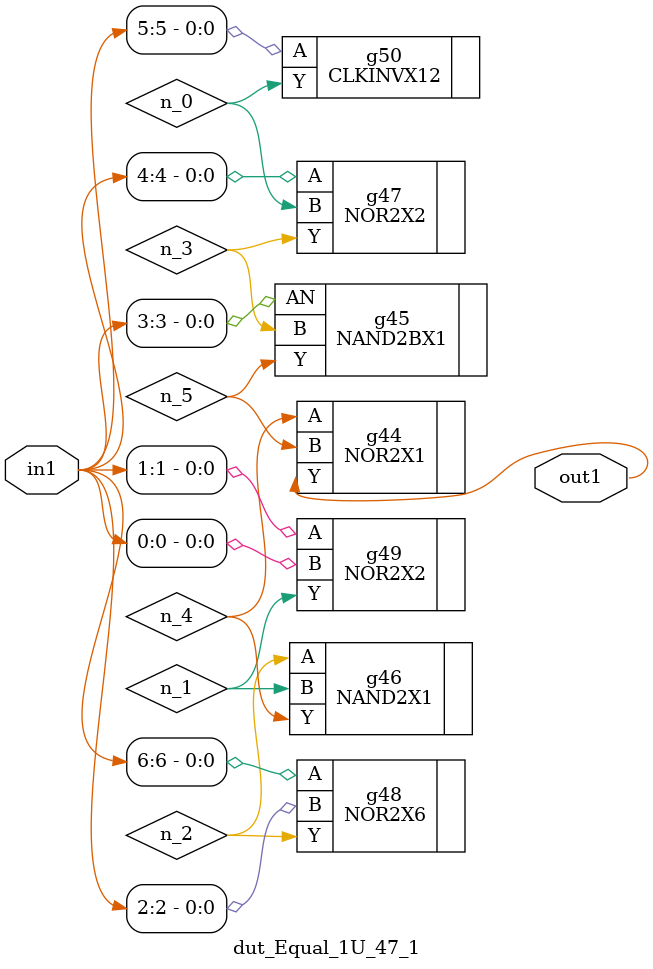
<source format=v>
`timescale 1ps / 1ps


module dut_Equal_1U_47_1(in1, out1);
  input [6:0] in1;
  output out1;
  wire [6:0] in1;
  wire out1;
  wire n_0, n_1, n_2, n_3, n_4, n_5;
  NOR2X1 g44(.A (n_4), .B (n_5), .Y (out1));
  NAND2BX1 g45(.AN (in1[3]), .B (n_3), .Y (n_5));
  NAND2X1 g46(.A (n_2), .B (n_1), .Y (n_4));
  NOR2X2 g47(.A (in1[4]), .B (n_0), .Y (n_3));
  NOR2X6 g48(.A (in1[6]), .B (in1[2]), .Y (n_2));
  NOR2X2 g49(.A (in1[1]), .B (in1[0]), .Y (n_1));
  CLKINVX12 g50(.A (in1[5]), .Y (n_0));
endmodule



</source>
